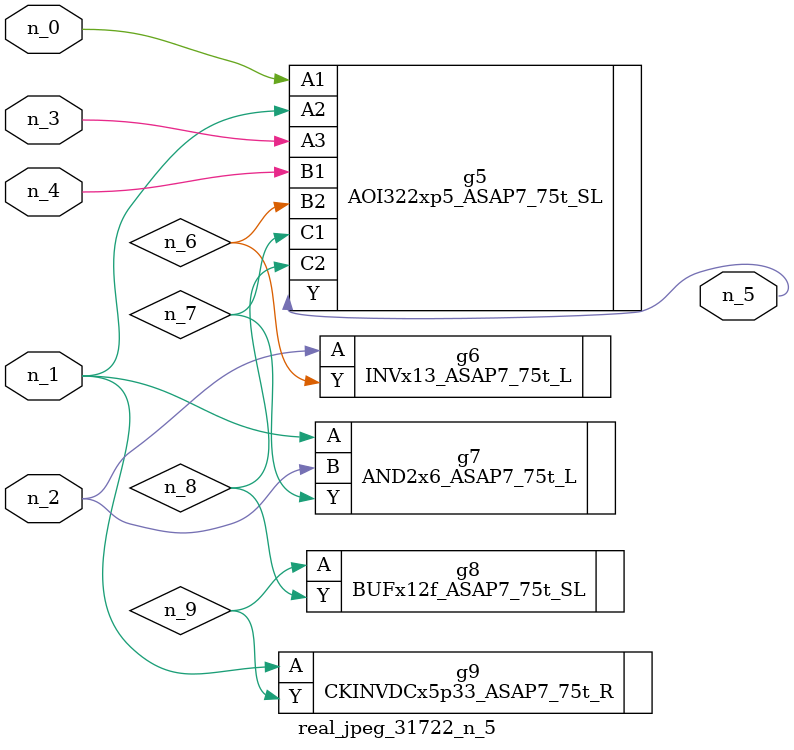
<source format=v>
module real_jpeg_31722_n_5 (n_4, n_0, n_1, n_2, n_3, n_5);

input n_4;
input n_0;
input n_1;
input n_2;
input n_3;

output n_5;

wire n_8;
wire n_6;
wire n_7;
wire n_9;

AOI322xp5_ASAP7_75t_SL g5 ( 
.A1(n_0),
.A2(n_1),
.A3(n_3),
.B1(n_4),
.B2(n_6),
.C1(n_7),
.C2(n_8),
.Y(n_5)
);

AND2x6_ASAP7_75t_L g7 ( 
.A(n_1),
.B(n_2),
.Y(n_7)
);

CKINVDCx5p33_ASAP7_75t_R g9 ( 
.A(n_1),
.Y(n_9)
);

INVx13_ASAP7_75t_L g6 ( 
.A(n_2),
.Y(n_6)
);

BUFx12f_ASAP7_75t_SL g8 ( 
.A(n_9),
.Y(n_8)
);


endmodule
</source>
